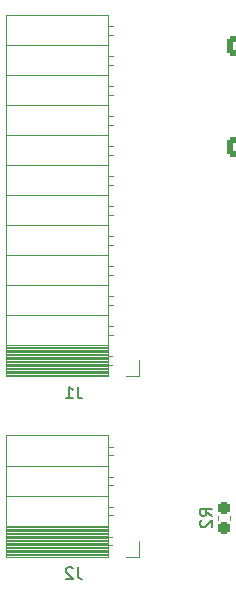
<source format=gbr>
%TF.GenerationSoftware,KiCad,Pcbnew,8.0.9-8.0.9-0~ubuntu22.04.1*%
%TF.CreationDate,2025-12-16T17:58:39+09:00*%
%TF.ProjectId,Jetson_Side_Expand_Board,4a657473-6f6e-45f5-9369-64655f457870,rev?*%
%TF.SameCoordinates,Original*%
%TF.FileFunction,Legend,Bot*%
%TF.FilePolarity,Positive*%
%FSLAX46Y46*%
G04 Gerber Fmt 4.6, Leading zero omitted, Abs format (unit mm)*
G04 Created by KiCad (PCBNEW 8.0.9-8.0.9-0~ubuntu22.04.1) date 2025-12-16 17:58:39*
%MOMM*%
%LPD*%
G01*
G04 APERTURE LIST*
G04 Aperture macros list*
%AMRoundRect*
0 Rectangle with rounded corners*
0 $1 Rounding radius*
0 $2 $3 $4 $5 $6 $7 $8 $9 X,Y pos of 4 corners*
0 Add a 4 corners polygon primitive as box body*
4,1,4,$2,$3,$4,$5,$6,$7,$8,$9,$2,$3,0*
0 Add four circle primitives for the rounded corners*
1,1,$1+$1,$2,$3*
1,1,$1+$1,$4,$5*
1,1,$1+$1,$6,$7*
1,1,$1+$1,$8,$9*
0 Add four rect primitives between the rounded corners*
20,1,$1+$1,$2,$3,$4,$5,0*
20,1,$1+$1,$4,$5,$6,$7,0*
20,1,$1+$1,$6,$7,$8,$9,0*
20,1,$1+$1,$8,$9,$2,$3,0*%
G04 Aperture macros list end*
%ADD10C,0.150000*%
%ADD11C,0.120000*%
%ADD12R,1.700000X1.700000*%
%ADD13O,1.700000X1.700000*%
%ADD14C,1.700000*%
%ADD15RoundRect,0.250000X-0.725000X0.600000X-0.725000X-0.600000X0.725000X-0.600000X0.725000X0.600000X0*%
%ADD16O,1.950000X1.700000*%
%ADD17RoundRect,0.237500X-0.237500X0.300000X-0.237500X-0.300000X0.237500X-0.300000X0.237500X0.300000X0*%
G04 APERTURE END LIST*
D10*
X112113333Y-117834819D02*
X112113333Y-118549104D01*
X112113333Y-118549104D02*
X112160952Y-118691961D01*
X112160952Y-118691961D02*
X112256190Y-118787200D01*
X112256190Y-118787200D02*
X112399047Y-118834819D01*
X112399047Y-118834819D02*
X112494285Y-118834819D01*
X111684761Y-117930057D02*
X111637142Y-117882438D01*
X111637142Y-117882438D02*
X111541904Y-117834819D01*
X111541904Y-117834819D02*
X111303809Y-117834819D01*
X111303809Y-117834819D02*
X111208571Y-117882438D01*
X111208571Y-117882438D02*
X111160952Y-117930057D01*
X111160952Y-117930057D02*
X111113333Y-118025295D01*
X111113333Y-118025295D02*
X111113333Y-118120533D01*
X111113333Y-118120533D02*
X111160952Y-118263390D01*
X111160952Y-118263390D02*
X111732380Y-118834819D01*
X111732380Y-118834819D02*
X111113333Y-118834819D01*
X123484819Y-113498333D02*
X123008628Y-113165000D01*
X123484819Y-112926905D02*
X122484819Y-112926905D01*
X122484819Y-112926905D02*
X122484819Y-113307857D01*
X122484819Y-113307857D02*
X122532438Y-113403095D01*
X122532438Y-113403095D02*
X122580057Y-113450714D01*
X122580057Y-113450714D02*
X122675295Y-113498333D01*
X122675295Y-113498333D02*
X122818152Y-113498333D01*
X122818152Y-113498333D02*
X122913390Y-113450714D01*
X122913390Y-113450714D02*
X122961009Y-113403095D01*
X122961009Y-113403095D02*
X123008628Y-113307857D01*
X123008628Y-113307857D02*
X123008628Y-112926905D01*
X122580057Y-113879286D02*
X122532438Y-113926905D01*
X122532438Y-113926905D02*
X122484819Y-114022143D01*
X122484819Y-114022143D02*
X122484819Y-114260238D01*
X122484819Y-114260238D02*
X122532438Y-114355476D01*
X122532438Y-114355476D02*
X122580057Y-114403095D01*
X122580057Y-114403095D02*
X122675295Y-114450714D01*
X122675295Y-114450714D02*
X122770533Y-114450714D01*
X122770533Y-114450714D02*
X122913390Y-114403095D01*
X122913390Y-114403095D02*
X123484819Y-113831667D01*
X123484819Y-113831667D02*
X123484819Y-114450714D01*
X112113333Y-102554819D02*
X112113333Y-103269104D01*
X112113333Y-103269104D02*
X112160952Y-103411961D01*
X112160952Y-103411961D02*
X112256190Y-103507200D01*
X112256190Y-103507200D02*
X112399047Y-103554819D01*
X112399047Y-103554819D02*
X112494285Y-103554819D01*
X111113333Y-103554819D02*
X111684761Y-103554819D01*
X111399047Y-103554819D02*
X111399047Y-102554819D01*
X111399047Y-102554819D02*
X111494285Y-102697676D01*
X111494285Y-102697676D02*
X111589523Y-102792914D01*
X111589523Y-102792914D02*
X111684761Y-102840533D01*
D11*
%TO.C,J2*%
X106070000Y-106660000D02*
X106070000Y-116940000D01*
X114700000Y-106660000D02*
X106070000Y-106660000D01*
X114700000Y-106660000D02*
X114700000Y-116940000D01*
X114700000Y-109260000D02*
X106070000Y-109260000D01*
X114700000Y-111800000D02*
X106070000Y-111800000D01*
X114700000Y-114340000D02*
X106070000Y-114340000D01*
X114700000Y-114458100D02*
X106070000Y-114458100D01*
X114700000Y-114576195D02*
X106070000Y-114576195D01*
X114700000Y-114694290D02*
X106070000Y-114694290D01*
X114700000Y-114812385D02*
X106070000Y-114812385D01*
X114700000Y-114930480D02*
X106070000Y-114930480D01*
X114700000Y-115048575D02*
X106070000Y-115048575D01*
X114700000Y-115166670D02*
X106070000Y-115166670D01*
X114700000Y-115284765D02*
X106070000Y-115284765D01*
X114700000Y-115402860D02*
X106070000Y-115402860D01*
X114700000Y-115520955D02*
X106070000Y-115520955D01*
X114700000Y-115639050D02*
X106070000Y-115639050D01*
X114700000Y-115757145D02*
X106070000Y-115757145D01*
X114700000Y-115875240D02*
X106070000Y-115875240D01*
X114700000Y-115993335D02*
X106070000Y-115993335D01*
X114700000Y-116111430D02*
X106070000Y-116111430D01*
X114700000Y-116229525D02*
X106070000Y-116229525D01*
X114700000Y-116347620D02*
X106070000Y-116347620D01*
X114700000Y-116465715D02*
X106070000Y-116465715D01*
X114700000Y-116583810D02*
X106070000Y-116583810D01*
X114700000Y-116701905D02*
X106070000Y-116701905D01*
X114700000Y-116820000D02*
X106070000Y-116820000D01*
X114700000Y-116940000D02*
X106070000Y-116940000D01*
X115050000Y-115250000D02*
X114700000Y-115250000D01*
X115050000Y-115970000D02*
X114700000Y-115970000D01*
X115110000Y-107630000D02*
X114700000Y-107630000D01*
X115110000Y-108350000D02*
X114700000Y-108350000D01*
X115110000Y-110170000D02*
X114700000Y-110170000D01*
X115110000Y-110890000D02*
X114700000Y-110890000D01*
X115110000Y-112710000D02*
X114700000Y-112710000D01*
X115110000Y-113430000D02*
X114700000Y-113430000D01*
X117270000Y-115610000D02*
X117270000Y-116940000D01*
X117270000Y-116940000D02*
X116160000Y-116940000D01*
%TO.C,R2*%
X123950000Y-113811267D02*
X123950000Y-113518733D01*
X124970000Y-113811267D02*
X124970000Y-113518733D01*
%TO.C,J1*%
X106070000Y-71060000D02*
X106070000Y-101660000D01*
X114700000Y-71060000D02*
X106070000Y-71060000D01*
X114700000Y-71060000D02*
X114700000Y-101660000D01*
X114700000Y-73660000D02*
X106070000Y-73660000D01*
X114700000Y-76200000D02*
X106070000Y-76200000D01*
X114700000Y-78740000D02*
X106070000Y-78740000D01*
X114700000Y-81280000D02*
X106070000Y-81280000D01*
X114700000Y-83820000D02*
X106070000Y-83820000D01*
X114700000Y-86360000D02*
X106070000Y-86360000D01*
X114700000Y-88900000D02*
X106070000Y-88900000D01*
X114700000Y-91440000D02*
X106070000Y-91440000D01*
X114700000Y-93980000D02*
X106070000Y-93980000D01*
X114700000Y-96520000D02*
X106070000Y-96520000D01*
X114700000Y-99060000D02*
X106070000Y-99060000D01*
X114700000Y-99178100D02*
X106070000Y-99178100D01*
X114700000Y-99296195D02*
X106070000Y-99296195D01*
X114700000Y-99414290D02*
X106070000Y-99414290D01*
X114700000Y-99532385D02*
X106070000Y-99532385D01*
X114700000Y-99650480D02*
X106070000Y-99650480D01*
X114700000Y-99768575D02*
X106070000Y-99768575D01*
X114700000Y-99886670D02*
X106070000Y-99886670D01*
X114700000Y-100004765D02*
X106070000Y-100004765D01*
X114700000Y-100122860D02*
X106070000Y-100122860D01*
X114700000Y-100240955D02*
X106070000Y-100240955D01*
X114700000Y-100359050D02*
X106070000Y-100359050D01*
X114700000Y-100477145D02*
X106070000Y-100477145D01*
X114700000Y-100595240D02*
X106070000Y-100595240D01*
X114700000Y-100713335D02*
X106070000Y-100713335D01*
X114700000Y-100831430D02*
X106070000Y-100831430D01*
X114700000Y-100949525D02*
X106070000Y-100949525D01*
X114700000Y-101067620D02*
X106070000Y-101067620D01*
X114700000Y-101185715D02*
X106070000Y-101185715D01*
X114700000Y-101303810D02*
X106070000Y-101303810D01*
X114700000Y-101421905D02*
X106070000Y-101421905D01*
X114700000Y-101540000D02*
X106070000Y-101540000D01*
X114700000Y-101660000D02*
X106070000Y-101660000D01*
X115050000Y-99970000D02*
X114700000Y-99970000D01*
X115050000Y-100690000D02*
X114700000Y-100690000D01*
X115110000Y-72030000D02*
X114700000Y-72030000D01*
X115110000Y-72750000D02*
X114700000Y-72750000D01*
X115110000Y-74570000D02*
X114700000Y-74570000D01*
X115110000Y-75290000D02*
X114700000Y-75290000D01*
X115110000Y-77110000D02*
X114700000Y-77110000D01*
X115110000Y-77830000D02*
X114700000Y-77830000D01*
X115110000Y-79650000D02*
X114700000Y-79650000D01*
X115110000Y-80370000D02*
X114700000Y-80370000D01*
X115110000Y-82190000D02*
X114700000Y-82190000D01*
X115110000Y-82910000D02*
X114700000Y-82910000D01*
X115110000Y-84730000D02*
X114700000Y-84730000D01*
X115110000Y-85450000D02*
X114700000Y-85450000D01*
X115110000Y-87270000D02*
X114700000Y-87270000D01*
X115110000Y-87990000D02*
X114700000Y-87990000D01*
X115110000Y-89810000D02*
X114700000Y-89810000D01*
X115110000Y-90530000D02*
X114700000Y-90530000D01*
X115110000Y-92350000D02*
X114700000Y-92350000D01*
X115110000Y-93070000D02*
X114700000Y-93070000D01*
X115110000Y-94890000D02*
X114700000Y-94890000D01*
X115110000Y-95610000D02*
X114700000Y-95610000D01*
X115110000Y-97430000D02*
X114700000Y-97430000D01*
X115110000Y-98150000D02*
X114700000Y-98150000D01*
X117270000Y-100330000D02*
X117270000Y-101660000D01*
X117270000Y-101660000D02*
X116160000Y-101660000D01*
%TD*%
%LPC*%
D12*
%TO.C,J8*%
X125222000Y-89677000D03*
D13*
X125222000Y-92217000D03*
X125222000Y-94757000D03*
%TD*%
D14*
%TO.C,J3*%
X126238000Y-115284000D03*
X126238000Y-103284000D03*
X126238000Y-107284000D03*
X126238000Y-109284000D03*
X126238000Y-111284000D03*
X126238000Y-113284000D03*
%TD*%
D15*
%TO.C,J7*%
X125730000Y-82296000D03*
D16*
X125730000Y-84796000D03*
%TD*%
D12*
%TO.C,J4*%
X119634000Y-87625000D03*
D13*
X119634000Y-90165000D03*
%TD*%
D15*
%TO.C,J5*%
X125730000Y-73700000D03*
D16*
X125730000Y-76200000D03*
%TD*%
D12*
%TO.C,J6*%
X119634000Y-77465000D03*
D13*
X119634000Y-80005000D03*
%TD*%
D12*
%TO.C,J2*%
X116160000Y-115610000D03*
D13*
X116160000Y-113070000D03*
X116160000Y-110530000D03*
X116160000Y-107990000D03*
%TD*%
D17*
%TO.C,R2*%
X124460000Y-112802500D03*
X124460000Y-114527500D03*
%TD*%
D12*
%TO.C,J1*%
X116160000Y-100330000D03*
D13*
X116160000Y-97790000D03*
X116160000Y-95250000D03*
X116160000Y-92710000D03*
X116160000Y-90170000D03*
X116160000Y-87630000D03*
X116160000Y-85090000D03*
X116160000Y-82550000D03*
X116160000Y-80010000D03*
X116160000Y-77470000D03*
X116160000Y-74930000D03*
X116160000Y-72390000D03*
%TD*%
%LPD*%
M02*

</source>
